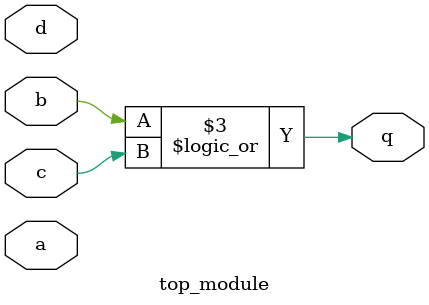
<source format=sv>
module top_module (
    input a, 
    input b, 
    input c, 
    input d,
    output q
);

    assign q = (b == 1) || (c == 1);

endmodule

</source>
